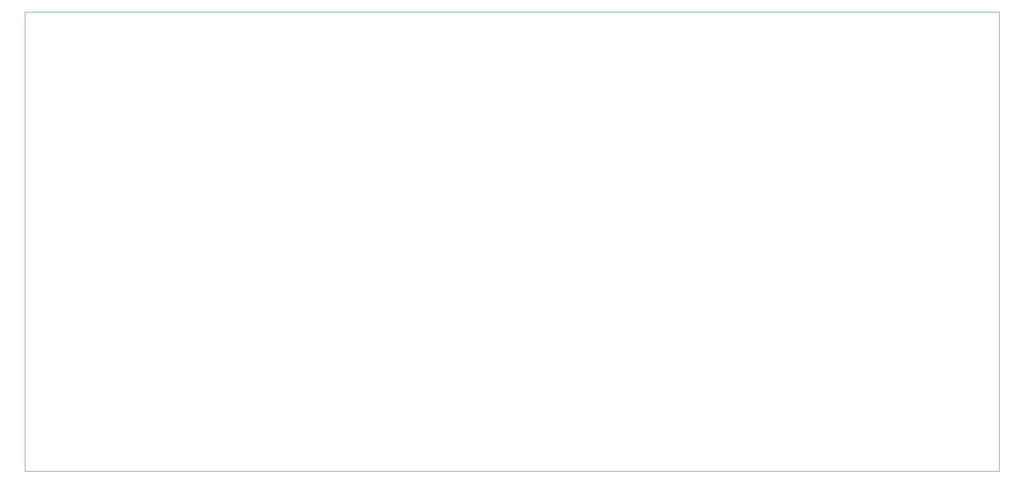
<source format=gbr>
%TF.GenerationSoftware,KiCad,Pcbnew,5.1.5+dfsg1-2~bpo10+1*%
%TF.CreationDate,2020-10-07T12:31:16+00:00*%
%TF.ProjectId,MCB19,4d434231-392e-46b6-9963-61645f706362,rev?*%
%TF.SameCoordinates,Original*%
%TF.FileFunction,Profile,NP*%
%FSLAX45Y45*%
G04 Gerber Fmt 4.5, Leading zero omitted, Abs format (unit mm)*
G04 Created by KiCad (PCBNEW 5.1.5+dfsg1-2~bpo10+1) date 2020-10-07 12:31:16*
%MOMM*%
%LPD*%
G04 APERTURE LIST*
%ADD10C,0.100000*%
G04 APERTURE END LIST*
D10*
X22285000Y-5050000D02*
X5000000Y-5050000D01*
X22285000Y-13200000D02*
X22285000Y-5050000D01*
X5000000Y-13200000D02*
X22285000Y-13200000D01*
X5000000Y-5050000D02*
X5000000Y-13200000D01*
M02*

</source>
